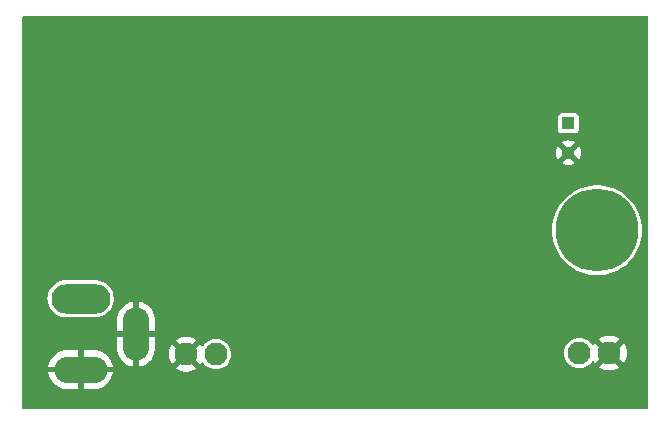
<source format=gbr>
%TF.GenerationSoftware,KiCad,Pcbnew,7.0.5-0*%
%TF.CreationDate,2023-07-07T08:59:55-04:00*%
%TF.ProjectId,PierogiNixiePSU,50696572-6f67-4694-9e69-786965505355,rev?*%
%TF.SameCoordinates,Original*%
%TF.FileFunction,Copper,L3,Inr*%
%TF.FilePolarity,Positive*%
%FSLAX46Y46*%
G04 Gerber Fmt 4.6, Leading zero omitted, Abs format (unit mm)*
G04 Created by KiCad (PCBNEW 7.0.5-0) date 2023-07-07 08:59:55*
%MOMM*%
%LPD*%
G01*
G04 APERTURE LIST*
%TA.AperFunction,ComponentPad*%
%ADD10C,1.950000*%
%TD*%
%TA.AperFunction,ComponentPad*%
%ADD11C,0.800000*%
%TD*%
%TA.AperFunction,ComponentPad*%
%ADD12C,7.000000*%
%TD*%
%TA.AperFunction,ComponentPad*%
%ADD13R,1.100000X1.100000*%
%TD*%
%TA.AperFunction,ComponentPad*%
%ADD14C,1.100000*%
%TD*%
%TA.AperFunction,ComponentPad*%
%ADD15O,5.000000X2.500000*%
%TD*%
%TA.AperFunction,ComponentPad*%
%ADD16O,4.500000X2.250000*%
%TD*%
%TA.AperFunction,ComponentPad*%
%ADD17O,2.250000X4.500000*%
%TD*%
%TA.AperFunction,ViaPad*%
%ADD18C,1.000000*%
%TD*%
G04 APERTURE END LIST*
D10*
%TO.N,GND*%
%TO.C,J1*%
X130430000Y-117000000D03*
%TO.N,Net-(C1-+)*%
X132970000Y-117000000D03*
%TD*%
D11*
%TO.N,N/C*%
%TO.C,H1*%
X162600000Y-106500000D03*
X163368845Y-104643845D03*
X163368845Y-108356155D03*
X165225000Y-103875000D03*
D12*
X165225000Y-106500000D03*
D11*
X165225000Y-109125000D03*
X167081155Y-104643845D03*
X167081155Y-108356155D03*
X167850000Y-106500000D03*
%TD*%
D13*
%TO.N,Net-(C4-+)*%
%TO.C,C4*%
X162800000Y-97450000D03*
D14*
%TO.N,GND*%
X162800000Y-99950000D03*
%TD*%
D10*
%TO.N,Net-(C4-+)*%
%TO.C,J2*%
X163730000Y-116900000D03*
%TO.N,GND*%
X166270000Y-116900000D03*
%TD*%
D15*
%TO.N,Net-(C1-+)*%
%TO.C,J3*%
X121500000Y-112300000D03*
D16*
%TO.N,GND*%
X121500000Y-118300000D03*
D17*
X126200000Y-115300000D03*
%TD*%
D18*
%TO.N,GND*%
X118100000Y-106300000D03*
X142700000Y-117600000D03*
X121300000Y-97500000D03*
X124400000Y-100900000D03*
X160700000Y-113400000D03*
X152000000Y-111400000D03*
X137400000Y-114100000D03*
X123596113Y-89890947D03*
X118200000Y-97000000D03*
X167600000Y-96000000D03*
X125200000Y-98400000D03*
X166500000Y-111600000D03*
X124900000Y-103700000D03*
X166900000Y-101100000D03*
X121000000Y-100700000D03*
X154700000Y-111900000D03*
X142000000Y-108500000D03*
X164700000Y-94000000D03*
X124700000Y-95100000D03*
X156900000Y-106500000D03*
X124800000Y-92100000D03*
X139900000Y-95300000D03*
X118100000Y-93000000D03*
X141000000Y-102500000D03*
X120300000Y-90100000D03*
X157700000Y-103400000D03*
X154300000Y-103000000D03*
X143800000Y-113500000D03*
X156900000Y-101200000D03*
X120200000Y-107500000D03*
X154500000Y-99200000D03*
X120700000Y-93400000D03*
X148700000Y-111200000D03*
X139300000Y-105600000D03*
X123600000Y-106500000D03*
X147300000Y-106200000D03*
X148300000Y-113700000D03*
X142300000Y-116300000D03*
X136800000Y-103600000D03*
X154700000Y-90600000D03*
X120300000Y-103900000D03*
X129300000Y-103700000D03*
X138000000Y-119700000D03*
X167700000Y-89900000D03*
X118100000Y-101600000D03*
%TD*%
%TA.AperFunction,Conductor*%
%TO.N,GND*%
G36*
X169455360Y-88366588D02*
G01*
X169522397Y-88386277D01*
X169568148Y-88439084D01*
X169579350Y-88490588D01*
X169579350Y-121516588D01*
X169559665Y-121583627D01*
X169506861Y-121629382D01*
X169455342Y-121640588D01*
X116649492Y-121637010D01*
X116582453Y-121617321D01*
X116536702Y-121564514D01*
X116525500Y-121513010D01*
X116525500Y-118550000D01*
X118764651Y-118550000D01*
X118765043Y-118554995D01*
X118765044Y-118554997D01*
X118824752Y-118803702D01*
X118922634Y-119040012D01*
X118922636Y-119040015D01*
X119056278Y-119258100D01*
X119056279Y-119258102D01*
X119222398Y-119452601D01*
X119416897Y-119618720D01*
X119416899Y-119618721D01*
X119634984Y-119752363D01*
X119634987Y-119752365D01*
X119871297Y-119850247D01*
X120120011Y-119909957D01*
X120120010Y-119909957D01*
X120311144Y-119924999D01*
X120311158Y-119925000D01*
X121250000Y-119925000D01*
X121250000Y-118800000D01*
X121750000Y-118800000D01*
X121749999Y-119925000D01*
X122688842Y-119925000D01*
X122688855Y-119924999D01*
X122879988Y-119909957D01*
X123128702Y-119850247D01*
X123365012Y-119752365D01*
X123365015Y-119752363D01*
X123583100Y-119618721D01*
X123583102Y-119618720D01*
X123777601Y-119452601D01*
X123943720Y-119258102D01*
X123943721Y-119258100D01*
X124077363Y-119040015D01*
X124077365Y-119040012D01*
X124175247Y-118803702D01*
X124234955Y-118554997D01*
X124234956Y-118554995D01*
X124235349Y-118550000D01*
X122933686Y-118550000D01*
X122959493Y-118509844D01*
X123000000Y-118371889D01*
X123000000Y-118228111D01*
X122959493Y-118090156D01*
X122933686Y-118050000D01*
X124235349Y-118050000D01*
X124234956Y-118045004D01*
X124234955Y-118045002D01*
X124175247Y-117796297D01*
X124077365Y-117559987D01*
X124077363Y-117559984D01*
X123943721Y-117341899D01*
X123943720Y-117341897D01*
X123777601Y-117147398D01*
X123583102Y-116981279D01*
X123583100Y-116981278D01*
X123365015Y-116847636D01*
X123365012Y-116847634D01*
X123128702Y-116749752D01*
X122879988Y-116690042D01*
X122879989Y-116690042D01*
X122688855Y-116675000D01*
X121750000Y-116675000D01*
X121749999Y-117800000D01*
X121250000Y-117800000D01*
X121250000Y-116675000D01*
X120311144Y-116675000D01*
X120120011Y-116690042D01*
X119871297Y-116749752D01*
X119634987Y-116847634D01*
X119634984Y-116847636D01*
X119416899Y-116981278D01*
X119416897Y-116981279D01*
X119222398Y-117147398D01*
X119056279Y-117341897D01*
X119056278Y-117341899D01*
X118922636Y-117559984D01*
X118922634Y-117559987D01*
X118824752Y-117796297D01*
X118765044Y-118045002D01*
X118765043Y-118045004D01*
X118764651Y-118050000D01*
X120066314Y-118050000D01*
X120040507Y-118090156D01*
X120000000Y-118228111D01*
X120000000Y-118371889D01*
X120040507Y-118509844D01*
X120066314Y-118550000D01*
X118764651Y-118550000D01*
X116525500Y-118550000D01*
X116525500Y-116488855D01*
X124575000Y-116488855D01*
X124590042Y-116679988D01*
X124649752Y-116928702D01*
X124747634Y-117165012D01*
X124747636Y-117165015D01*
X124881278Y-117383100D01*
X124881279Y-117383102D01*
X125047398Y-117577601D01*
X125241897Y-117743720D01*
X125241899Y-117743721D01*
X125459984Y-117877363D01*
X125459987Y-117877365D01*
X125696297Y-117975247D01*
X125945010Y-118034957D01*
X125950000Y-118035348D01*
X125949999Y-116733686D01*
X125990156Y-116759493D01*
X126128111Y-116800000D01*
X126271889Y-116800000D01*
X126409844Y-116759493D01*
X126449999Y-116733686D01*
X126449999Y-118035348D01*
X126454989Y-118034957D01*
X126703702Y-117975247D01*
X126940012Y-117877365D01*
X126940015Y-117877363D01*
X127158100Y-117743721D01*
X127158102Y-117743720D01*
X127352601Y-117577601D01*
X127518720Y-117383102D01*
X127518721Y-117383100D01*
X127652363Y-117165015D01*
X127652365Y-117165012D01*
X127720713Y-117000005D01*
X128949944Y-117000005D01*
X128970130Y-117243605D01*
X129030138Y-117480573D01*
X129128328Y-117704424D01*
X129224626Y-117851820D01*
X129827452Y-117248993D01*
X129837188Y-117278956D01*
X129925186Y-117417619D01*
X130044903Y-117530040D01*
X130179510Y-117604041D01*
X129577757Y-118205793D01*
X129577758Y-118205794D01*
X129620485Y-118239050D01*
X129620485Y-118239051D01*
X129835468Y-118355394D01*
X129835476Y-118355397D01*
X130066664Y-118434765D01*
X130307779Y-118475000D01*
X130552221Y-118475000D01*
X130793335Y-118434765D01*
X131024523Y-118355397D01*
X131024531Y-118355394D01*
X131239515Y-118239050D01*
X131239516Y-118239048D01*
X131282240Y-118205794D01*
X131282241Y-118205793D01*
X130677534Y-117601086D01*
X130745629Y-117574126D01*
X130878492Y-117477595D01*
X130983175Y-117351055D01*
X131031631Y-117248079D01*
X131635372Y-117851820D01*
X131712808Y-117733298D01*
X131765954Y-117687941D01*
X131835186Y-117678518D01*
X131898521Y-117708020D01*
X131918190Y-117729996D01*
X131933472Y-117751820D01*
X131985487Y-117826105D01*
X132143895Y-117984513D01*
X132327404Y-118113008D01*
X132383252Y-118139050D01*
X132530432Y-118207681D01*
X132530434Y-118207681D01*
X132530439Y-118207684D01*
X132746829Y-118265666D01*
X132906236Y-118279612D01*
X132969998Y-118285191D01*
X132970000Y-118285191D01*
X132970002Y-118285191D01*
X133025792Y-118280309D01*
X133193171Y-118265666D01*
X133409561Y-118207684D01*
X133612596Y-118113008D01*
X133796105Y-117984513D01*
X133954513Y-117826105D01*
X134083008Y-117642596D01*
X134177684Y-117439561D01*
X134235666Y-117223171D01*
X134255191Y-117000000D01*
X134255190Y-116999994D01*
X134248953Y-116928702D01*
X134246442Y-116900001D01*
X162444809Y-116900001D01*
X162464333Y-117123165D01*
X162464334Y-117123173D01*
X162522314Y-117339556D01*
X162522318Y-117339567D01*
X162616990Y-117542592D01*
X162616996Y-117542602D01*
X162681402Y-117634583D01*
X162745487Y-117726105D01*
X162903895Y-117884513D01*
X163087404Y-118013008D01*
X163209555Y-118069967D01*
X163290432Y-118107681D01*
X163290434Y-118107681D01*
X163290439Y-118107684D01*
X163506829Y-118165666D01*
X163666236Y-118179612D01*
X163729998Y-118185191D01*
X163730000Y-118185191D01*
X163730002Y-118185191D01*
X163785792Y-118180309D01*
X163953171Y-118165666D01*
X164169561Y-118107684D01*
X164372596Y-118013008D01*
X164556105Y-117884513D01*
X164714513Y-117726105D01*
X164781811Y-117629993D01*
X164836385Y-117586372D01*
X164905883Y-117579179D01*
X164968238Y-117610701D01*
X164987192Y-117633298D01*
X165064626Y-117751820D01*
X165667452Y-117148993D01*
X165677188Y-117178956D01*
X165765186Y-117317619D01*
X165884903Y-117430040D01*
X166019510Y-117504041D01*
X165417757Y-118105793D01*
X165417758Y-118105794D01*
X165460485Y-118139050D01*
X165460485Y-118139051D01*
X165675468Y-118255394D01*
X165675476Y-118255397D01*
X165906664Y-118334765D01*
X166147779Y-118375000D01*
X166392221Y-118375000D01*
X166633335Y-118334765D01*
X166864523Y-118255397D01*
X166864531Y-118255394D01*
X167079515Y-118139050D01*
X167079516Y-118139048D01*
X167122240Y-118105794D01*
X167122241Y-118105793D01*
X166517534Y-117501086D01*
X166585629Y-117474126D01*
X166718492Y-117377595D01*
X166823175Y-117251055D01*
X166871632Y-117148078D01*
X167475372Y-117751820D01*
X167571669Y-117604429D01*
X167669861Y-117380573D01*
X167729869Y-117143605D01*
X167750055Y-116900005D01*
X167750055Y-116899994D01*
X167729869Y-116656394D01*
X167669861Y-116419426D01*
X167571671Y-116195575D01*
X167475372Y-116048178D01*
X166872546Y-116651004D01*
X166862812Y-116621044D01*
X166774814Y-116482381D01*
X166655097Y-116369960D01*
X166520489Y-116295958D01*
X167122240Y-115694205D01*
X167122240Y-115694204D01*
X167079514Y-115660949D01*
X167079514Y-115660948D01*
X166864531Y-115544605D01*
X166864523Y-115544602D01*
X166633335Y-115465234D01*
X166392221Y-115425000D01*
X166147779Y-115425000D01*
X165906664Y-115465234D01*
X165675476Y-115544602D01*
X165675468Y-115544605D01*
X165460484Y-115660949D01*
X165460478Y-115660953D01*
X165417758Y-115694203D01*
X165417758Y-115694205D01*
X166022466Y-116298913D01*
X165954371Y-116325874D01*
X165821508Y-116422405D01*
X165716825Y-116548945D01*
X165668368Y-116651920D01*
X165064626Y-116048179D01*
X164987192Y-116166701D01*
X164934045Y-116212057D01*
X164864814Y-116221481D01*
X164801478Y-116191979D01*
X164781808Y-116170002D01*
X164714516Y-116073899D01*
X164714511Y-116073893D01*
X164556105Y-115915487D01*
X164372602Y-115786996D01*
X164372599Y-115786994D01*
X164372596Y-115786992D01*
X164316755Y-115760953D01*
X164169567Y-115692318D01*
X164169556Y-115692314D01*
X163953173Y-115634334D01*
X163953165Y-115634333D01*
X163730002Y-115614809D01*
X163729998Y-115614809D01*
X163506834Y-115634333D01*
X163506826Y-115634334D01*
X163290443Y-115692314D01*
X163290437Y-115692317D01*
X163087404Y-115786992D01*
X163087400Y-115786994D01*
X162903899Y-115915483D01*
X162903893Y-115915488D01*
X162745488Y-116073893D01*
X162745483Y-116073899D01*
X162616994Y-116257400D01*
X162616992Y-116257404D01*
X162522317Y-116460437D01*
X162522314Y-116460443D01*
X162464334Y-116676826D01*
X162464333Y-116676834D01*
X162444809Y-116899998D01*
X162444809Y-116900001D01*
X134246442Y-116900001D01*
X134235666Y-116776829D01*
X134177684Y-116560439D01*
X134083008Y-116357405D01*
X134083006Y-116357402D01*
X134083005Y-116357400D01*
X133954516Y-116173899D01*
X133954511Y-116173893D01*
X133796105Y-116015487D01*
X133612602Y-115886996D01*
X133612599Y-115886994D01*
X133612596Y-115886992D01*
X133612592Y-115886990D01*
X133409567Y-115792318D01*
X133409556Y-115792314D01*
X133193173Y-115734334D01*
X133193165Y-115734333D01*
X132970002Y-115714809D01*
X132969998Y-115714809D01*
X132746834Y-115734333D01*
X132746826Y-115734334D01*
X132530443Y-115792314D01*
X132530437Y-115792317D01*
X132327404Y-115886992D01*
X132327400Y-115886994D01*
X132143899Y-116015483D01*
X132143893Y-116015488D01*
X131985488Y-116173893D01*
X131985487Y-116173895D01*
X131918191Y-116270003D01*
X131863613Y-116313628D01*
X131794115Y-116320820D01*
X131731760Y-116289298D01*
X131712807Y-116266701D01*
X131635372Y-116148178D01*
X131032546Y-116751004D01*
X131022812Y-116721044D01*
X130934814Y-116582381D01*
X130815097Y-116469960D01*
X130680489Y-116395958D01*
X131282240Y-115794205D01*
X131282240Y-115794204D01*
X131239514Y-115760949D01*
X131239514Y-115760948D01*
X131024531Y-115644605D01*
X131024523Y-115644602D01*
X130793335Y-115565234D01*
X130552221Y-115525000D01*
X130307779Y-115525000D01*
X130066664Y-115565234D01*
X129835476Y-115644602D01*
X129835468Y-115644605D01*
X129620484Y-115760949D01*
X129620478Y-115760953D01*
X129577758Y-115794203D01*
X129577758Y-115794205D01*
X130182466Y-116398913D01*
X130114371Y-116425874D01*
X129981508Y-116522405D01*
X129876825Y-116648945D01*
X129828368Y-116751921D01*
X129224625Y-116148178D01*
X129128329Y-116295572D01*
X129030138Y-116519426D01*
X128970130Y-116756394D01*
X128949944Y-116999994D01*
X128949944Y-117000005D01*
X127720713Y-117000005D01*
X127750247Y-116928702D01*
X127809957Y-116679988D01*
X127824999Y-116488855D01*
X127825000Y-116488842D01*
X127825000Y-115550000D01*
X126700000Y-115550000D01*
X126700000Y-115050000D01*
X127825000Y-115050000D01*
X127825000Y-114111157D01*
X127824999Y-114111144D01*
X127809957Y-113920011D01*
X127750247Y-113671297D01*
X127652365Y-113434987D01*
X127652363Y-113434984D01*
X127518721Y-113216899D01*
X127518720Y-113216897D01*
X127352601Y-113022398D01*
X127158102Y-112856279D01*
X127158100Y-112856278D01*
X126940015Y-112722636D01*
X126940012Y-112722634D01*
X126703702Y-112624752D01*
X126454997Y-112565044D01*
X126454995Y-112565043D01*
X126450000Y-112564650D01*
X126449999Y-113866313D01*
X126409844Y-113840507D01*
X126271889Y-113800000D01*
X126128111Y-113800000D01*
X125990156Y-113840507D01*
X125949999Y-113866313D01*
X125949999Y-112564650D01*
X125945004Y-112565043D01*
X125945002Y-112565044D01*
X125696297Y-112624752D01*
X125459987Y-112722634D01*
X125459984Y-112722636D01*
X125241899Y-112856278D01*
X125241897Y-112856279D01*
X125047398Y-113022398D01*
X124881279Y-113216897D01*
X124881278Y-113216899D01*
X124747636Y-113434984D01*
X124747634Y-113434987D01*
X124649752Y-113671297D01*
X124590042Y-113920011D01*
X124575000Y-114111144D01*
X124575000Y-115050000D01*
X125700000Y-115050000D01*
X125700000Y-115550000D01*
X124575000Y-115550000D01*
X124575000Y-116488855D01*
X116525500Y-116488855D01*
X116525500Y-112362822D01*
X118690904Y-112362822D01*
X118706114Y-112488081D01*
X118721174Y-112612112D01*
X118791038Y-112853311D01*
X118898689Y-113080180D01*
X118971997Y-113186386D01*
X119041338Y-113286843D01*
X119041341Y-113286847D01*
X119215287Y-113467944D01*
X119416035Y-113618797D01*
X119416037Y-113618798D01*
X119416041Y-113618801D01*
X119516064Y-113671297D01*
X119638388Y-113735498D01*
X119638390Y-113735498D01*
X119638391Y-113735499D01*
X119757486Y-113775259D01*
X119876580Y-113815019D01*
X119936257Y-113824717D01*
X120124441Y-113855299D01*
X120124442Y-113855300D01*
X120124443Y-113855300D01*
X122812670Y-113855300D01*
X122812680Y-113855300D01*
X123000299Y-113840154D01*
X123244116Y-113780058D01*
X123475135Y-113681630D01*
X123687374Y-113547419D01*
X123875335Y-113380899D01*
X124034151Y-113186386D01*
X124159708Y-112968915D01*
X124248754Y-112734119D01*
X124298983Y-112488081D01*
X124309095Y-112237171D01*
X124278826Y-111987888D01*
X124208962Y-111746689D01*
X124101311Y-111519820D01*
X123958663Y-111313158D01*
X123958660Y-111313155D01*
X123958658Y-111313152D01*
X123784712Y-111132055D01*
X123583964Y-110981202D01*
X123583960Y-110981199D01*
X123583959Y-110981199D01*
X123556309Y-110966687D01*
X123361611Y-110864501D01*
X123361607Y-110864500D01*
X123123419Y-110784980D01*
X122875559Y-110744700D01*
X122875557Y-110744700D01*
X120187320Y-110744700D01*
X120187310Y-110744700D01*
X119999701Y-110759845D01*
X119755881Y-110819942D01*
X119524870Y-110918367D01*
X119524869Y-110918367D01*
X119312623Y-111052582D01*
X119124666Y-111219098D01*
X118965848Y-111413613D01*
X118965845Y-111413618D01*
X118840292Y-111631083D01*
X118751245Y-111865883D01*
X118701017Y-112111912D01*
X118701016Y-112111922D01*
X118690904Y-112362822D01*
X116525500Y-112362822D01*
X116525500Y-106500000D01*
X161414810Y-106500000D01*
X161434358Y-106885470D01*
X161492804Y-107266981D01*
X161589550Y-107640638D01*
X161723593Y-108002564D01*
X161723599Y-108002579D01*
X161893572Y-108349092D01*
X161893573Y-108349093D01*
X162097735Y-108676640D01*
X162333987Y-108981853D01*
X162599905Y-109261598D01*
X162892757Y-109513004D01*
X162892760Y-109513006D01*
X163209547Y-109733496D01*
X163547015Y-109920806D01*
X163901701Y-110073014D01*
X163901711Y-110073017D01*
X163901716Y-110073019D01*
X164269955Y-110188555D01*
X164269958Y-110188555D01*
X164269966Y-110188558D01*
X164648031Y-110266252D01*
X164955219Y-110297490D01*
X165032016Y-110305300D01*
X165032017Y-110305300D01*
X165417984Y-110305300D01*
X165481980Y-110298791D01*
X165801969Y-110266252D01*
X166180034Y-110188558D01*
X166548299Y-110073014D01*
X166902985Y-109920806D01*
X167240453Y-109733496D01*
X167557240Y-109513006D01*
X167850095Y-109261598D01*
X168116013Y-108981853D01*
X168352265Y-108676640D01*
X168556427Y-108349093D01*
X168726404Y-108002571D01*
X168860452Y-107640630D01*
X168957195Y-107266986D01*
X169015641Y-106885471D01*
X169035190Y-106500000D01*
X169015641Y-106114529D01*
X168957195Y-105733014D01*
X168860452Y-105359370D01*
X168726404Y-104997429D01*
X168556427Y-104650907D01*
X168352265Y-104323360D01*
X168116013Y-104018147D01*
X167850095Y-103738402D01*
X167850094Y-103738401D01*
X167557242Y-103486995D01*
X167240453Y-103266504D01*
X167240448Y-103266501D01*
X166902984Y-103079193D01*
X166548304Y-102926988D01*
X166548283Y-102926980D01*
X166180044Y-102811444D01*
X166180038Y-102811443D01*
X166180035Y-102811442D01*
X166180034Y-102811442D01*
X165801969Y-102733748D01*
X165801968Y-102733747D01*
X165801964Y-102733747D01*
X165417984Y-102694700D01*
X165417983Y-102694700D01*
X165032017Y-102694700D01*
X165032016Y-102694700D01*
X164648035Y-102733747D01*
X164269961Y-102811443D01*
X164269955Y-102811444D01*
X163901716Y-102926980D01*
X163901695Y-102926988D01*
X163547015Y-103079193D01*
X163209551Y-103266501D01*
X163209546Y-103266504D01*
X162892757Y-103486995D01*
X162599905Y-103738401D01*
X162333982Y-104018152D01*
X162097738Y-104323355D01*
X161893572Y-104650907D01*
X161723599Y-104997420D01*
X161723593Y-104997435D01*
X161589550Y-105359361D01*
X161492804Y-105733018D01*
X161434358Y-106114529D01*
X161414810Y-106500000D01*
X116525500Y-106500000D01*
X116525500Y-100849023D01*
X162254528Y-100849023D01*
X162396233Y-100924766D01*
X162594165Y-100984808D01*
X162800000Y-101005080D01*
X163005834Y-100984808D01*
X163203764Y-100924766D01*
X163345470Y-100849022D01*
X162800001Y-100303553D01*
X162800000Y-100303553D01*
X162254528Y-100849023D01*
X116525500Y-100849023D01*
X116525500Y-99949999D01*
X161744919Y-99949999D01*
X161765191Y-100155834D01*
X161825233Y-100353766D01*
X161900975Y-100495469D01*
X161900976Y-100495469D01*
X162417145Y-99979302D01*
X162446372Y-99979302D01*
X162475047Y-100092538D01*
X162538936Y-100190327D01*
X162631115Y-100262072D01*
X162741595Y-100300000D01*
X162829005Y-100300000D01*
X162915216Y-100285614D01*
X163017947Y-100230019D01*
X163097060Y-100144079D01*
X163143982Y-100037108D01*
X163151200Y-99950000D01*
X163153553Y-99950000D01*
X163699022Y-100495469D01*
X163774766Y-100353764D01*
X163834808Y-100155834D01*
X163855080Y-99949999D01*
X163834808Y-99744165D01*
X163774766Y-99546233D01*
X163699023Y-99404528D01*
X163153553Y-99949999D01*
X163153553Y-99950000D01*
X163151200Y-99950000D01*
X163153628Y-99920698D01*
X163124953Y-99807462D01*
X163061064Y-99709673D01*
X162968885Y-99637928D01*
X162858405Y-99600000D01*
X162770995Y-99600000D01*
X162684784Y-99614386D01*
X162582053Y-99669981D01*
X162502940Y-99755921D01*
X162456018Y-99862892D01*
X162446372Y-99979302D01*
X162417145Y-99979302D01*
X162446447Y-99950000D01*
X162446447Y-99949999D01*
X161900976Y-99404529D01*
X161900975Y-99404529D01*
X161825234Y-99546234D01*
X161765191Y-99744166D01*
X161744919Y-99949999D01*
X116525500Y-99949999D01*
X116525500Y-99050976D01*
X162254529Y-99050976D01*
X162800000Y-99596447D01*
X162800001Y-99596447D01*
X163345469Y-99050976D01*
X163345469Y-99050975D01*
X163203766Y-98975233D01*
X163005834Y-98915191D01*
X162800000Y-98894919D01*
X162594166Y-98915191D01*
X162396234Y-98975234D01*
X162254529Y-99050975D01*
X162254529Y-99050976D01*
X116525500Y-99050976D01*
X116525500Y-98045571D01*
X161944700Y-98045571D01*
X161944702Y-98045594D01*
X161947661Y-98071106D01*
X161947662Y-98071109D01*
X161993765Y-98175524D01*
X161993766Y-98175525D01*
X162074475Y-98256234D01*
X162178891Y-98302338D01*
X162204421Y-98305300D01*
X163395578Y-98305299D01*
X163421109Y-98302338D01*
X163525525Y-98256234D01*
X163606234Y-98175525D01*
X163652338Y-98071109D01*
X163655300Y-98045579D01*
X163655299Y-96854422D01*
X163652338Y-96828891D01*
X163606234Y-96724475D01*
X163525525Y-96643766D01*
X163525523Y-96643765D01*
X163421110Y-96597662D01*
X163395579Y-96594700D01*
X162204428Y-96594700D01*
X162204405Y-96594702D01*
X162178893Y-96597661D01*
X162178890Y-96597662D01*
X162074475Y-96643765D01*
X161993766Y-96724474D01*
X161947662Y-96828888D01*
X161947662Y-96828890D01*
X161944700Y-96854419D01*
X161944700Y-98045571D01*
X116525500Y-98045571D01*
X116525500Y-88487010D01*
X116545185Y-88419971D01*
X116597989Y-88374216D01*
X116649506Y-88363010D01*
X169455360Y-88366588D01*
G37*
%TD.AperFunction*%
%TD*%
M02*

</source>
